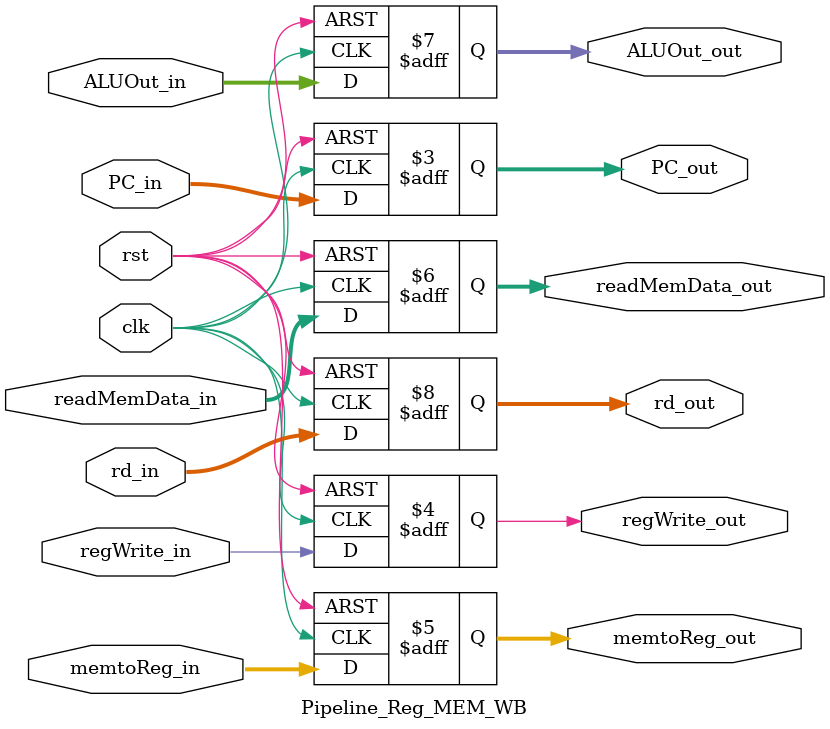
<source format=v>
module Pipeline_Reg_MEM_WB (
	input clk,
	input rst,

	input [31:0] PC_in,
	input regWrite_in,
	input [1:0] memtoReg_in,
	input [31:0] readMemData_in,
	input [31:0] ALUOut_in,
	input [4:0] rd_in,

	output reg [31:0] PC_out,
	output reg regWrite_out,
	output reg [1:0] memtoReg_out,
	output reg [31:0] readMemData_out,
	output reg [31:0] ALUOut_out,
	output reg [4:0] rd_out
);

	always @(posedge clk, negedge rst) begin
		if (~rst) begin
			PC_out <= 0;
			regWrite_out <= 0;
			memtoReg_out <= 0;
			readMemData_out <= 0;
			ALUOut_out <= 0;
			rd_out <= 0;
		end
		else begin
			PC_out <= PC_in;
			regWrite_out <= regWrite_in;
			memtoReg_out <= memtoReg_in;
			readMemData_out <= readMemData_in;
			ALUOut_out <= ALUOut_in;
			rd_out <= rd_in;
		end
	end

endmodule


</source>
